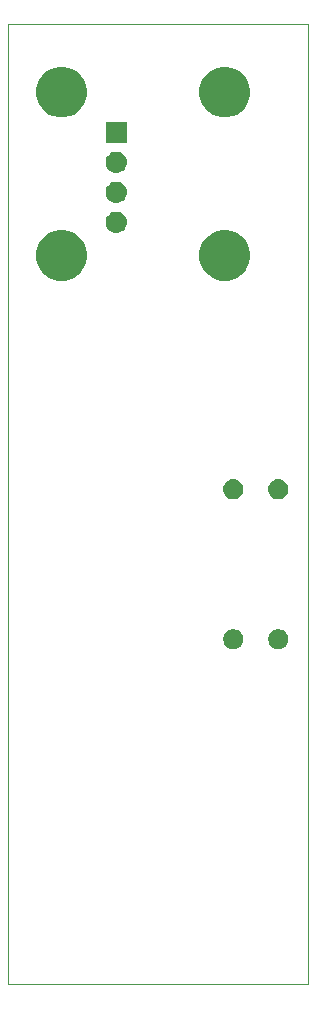
<source format=gbr>
G04 #@! TF.GenerationSoftware,KiCad,Pcbnew,(5.1.4)-1*
G04 #@! TF.CreationDate,2019-08-22T22:39:33-07:00*
G04 #@! TF.ProjectId,the,7468652e-6b69-4636-9164-5f7063625858,rev?*
G04 #@! TF.SameCoordinates,Original*
G04 #@! TF.FileFunction,Soldermask,Bot*
G04 #@! TF.FilePolarity,Negative*
%FSLAX46Y46*%
G04 Gerber Fmt 4.6, Leading zero omitted, Abs format (unit mm)*
G04 Created by KiCad (PCBNEW (5.1.4)-1) date 2019-08-22 22:39:33*
%MOMM*%
%LPD*%
G04 APERTURE LIST*
%ADD10C,0.120000*%
%ADD11C,0.100000*%
G04 APERTURE END LIST*
D10*
X63500000Y-119380000D02*
X63500000Y-38100000D01*
X88900000Y-119380000D02*
X63500000Y-119380000D01*
X88900000Y-38100000D02*
X88900000Y-119380000D01*
X63500000Y-38100000D02*
X88900000Y-38100000D01*
D11*
G36*
X82798228Y-89351703D02*
G01*
X82953100Y-89415853D01*
X83092481Y-89508985D01*
X83211015Y-89627519D01*
X83304147Y-89766900D01*
X83368297Y-89921772D01*
X83401000Y-90086184D01*
X83401000Y-90253816D01*
X83368297Y-90418228D01*
X83304147Y-90573100D01*
X83211015Y-90712481D01*
X83092481Y-90831015D01*
X82953100Y-90924147D01*
X82798228Y-90988297D01*
X82633816Y-91021000D01*
X82466184Y-91021000D01*
X82301772Y-90988297D01*
X82146900Y-90924147D01*
X82007519Y-90831015D01*
X81888985Y-90712481D01*
X81795853Y-90573100D01*
X81731703Y-90418228D01*
X81699000Y-90253816D01*
X81699000Y-90086184D01*
X81731703Y-89921772D01*
X81795853Y-89766900D01*
X81888985Y-89627519D01*
X82007519Y-89508985D01*
X82146900Y-89415853D01*
X82301772Y-89351703D01*
X82466184Y-89319000D01*
X82633816Y-89319000D01*
X82798228Y-89351703D01*
X82798228Y-89351703D01*
G37*
G36*
X86608228Y-89351703D02*
G01*
X86763100Y-89415853D01*
X86902481Y-89508985D01*
X87021015Y-89627519D01*
X87114147Y-89766900D01*
X87178297Y-89921772D01*
X87211000Y-90086184D01*
X87211000Y-90253816D01*
X87178297Y-90418228D01*
X87114147Y-90573100D01*
X87021015Y-90712481D01*
X86902481Y-90831015D01*
X86763100Y-90924147D01*
X86608228Y-90988297D01*
X86443816Y-91021000D01*
X86276184Y-91021000D01*
X86111772Y-90988297D01*
X85956900Y-90924147D01*
X85817519Y-90831015D01*
X85698985Y-90712481D01*
X85605853Y-90573100D01*
X85541703Y-90418228D01*
X85509000Y-90253816D01*
X85509000Y-90086184D01*
X85541703Y-89921772D01*
X85605853Y-89766900D01*
X85698985Y-89627519D01*
X85817519Y-89508985D01*
X85956900Y-89415853D01*
X86111772Y-89351703D01*
X86276184Y-89319000D01*
X86443816Y-89319000D01*
X86608228Y-89351703D01*
X86608228Y-89351703D01*
G37*
G36*
X86526823Y-76631313D02*
G01*
X86687242Y-76679976D01*
X86819906Y-76750886D01*
X86835078Y-76758996D01*
X86964659Y-76865341D01*
X87071004Y-76994922D01*
X87071005Y-76994924D01*
X87150024Y-77142758D01*
X87198687Y-77303177D01*
X87215117Y-77470000D01*
X87198687Y-77636823D01*
X87150024Y-77797242D01*
X87079114Y-77929906D01*
X87071004Y-77945078D01*
X86964659Y-78074659D01*
X86835078Y-78181004D01*
X86835076Y-78181005D01*
X86687242Y-78260024D01*
X86526823Y-78308687D01*
X86401804Y-78321000D01*
X86318196Y-78321000D01*
X86193177Y-78308687D01*
X86032758Y-78260024D01*
X85884924Y-78181005D01*
X85884922Y-78181004D01*
X85755341Y-78074659D01*
X85648996Y-77945078D01*
X85640886Y-77929906D01*
X85569976Y-77797242D01*
X85521313Y-77636823D01*
X85504883Y-77470000D01*
X85521313Y-77303177D01*
X85569976Y-77142758D01*
X85648995Y-76994924D01*
X85648996Y-76994922D01*
X85755341Y-76865341D01*
X85884922Y-76758996D01*
X85900094Y-76750886D01*
X86032758Y-76679976D01*
X86193177Y-76631313D01*
X86318196Y-76619000D01*
X86401804Y-76619000D01*
X86526823Y-76631313D01*
X86526823Y-76631313D01*
G37*
G36*
X82716823Y-76631313D02*
G01*
X82877242Y-76679976D01*
X83009906Y-76750886D01*
X83025078Y-76758996D01*
X83154659Y-76865341D01*
X83261004Y-76994922D01*
X83261005Y-76994924D01*
X83340024Y-77142758D01*
X83388687Y-77303177D01*
X83405117Y-77470000D01*
X83388687Y-77636823D01*
X83340024Y-77797242D01*
X83269114Y-77929906D01*
X83261004Y-77945078D01*
X83154659Y-78074659D01*
X83025078Y-78181004D01*
X83025076Y-78181005D01*
X82877242Y-78260024D01*
X82716823Y-78308687D01*
X82591804Y-78321000D01*
X82508196Y-78321000D01*
X82383177Y-78308687D01*
X82222758Y-78260024D01*
X82074924Y-78181005D01*
X82074922Y-78181004D01*
X81945341Y-78074659D01*
X81838996Y-77945078D01*
X81830886Y-77929906D01*
X81759976Y-77797242D01*
X81711313Y-77636823D01*
X81694883Y-77470000D01*
X81711313Y-77303177D01*
X81759976Y-77142758D01*
X81838995Y-76994924D01*
X81838996Y-76994922D01*
X81945341Y-76865341D01*
X82074922Y-76758996D01*
X82090094Y-76750886D01*
X82222758Y-76679976D01*
X82383177Y-76631313D01*
X82508196Y-76619000D01*
X82591804Y-76619000D01*
X82716823Y-76631313D01*
X82716823Y-76631313D01*
G37*
G36*
X82467723Y-55601661D02*
G01*
X82859179Y-55763807D01*
X82859181Y-55763808D01*
X83211483Y-55999209D01*
X83511091Y-56298817D01*
X83746492Y-56651119D01*
X83746493Y-56651121D01*
X83908639Y-57042577D01*
X83991300Y-57458144D01*
X83991300Y-57881856D01*
X83908639Y-58297423D01*
X83746493Y-58688879D01*
X83746492Y-58688881D01*
X83511091Y-59041183D01*
X83211483Y-59340791D01*
X82859181Y-59576192D01*
X82859180Y-59576193D01*
X82859179Y-59576193D01*
X82467723Y-59738339D01*
X82052156Y-59821000D01*
X81628444Y-59821000D01*
X81212877Y-59738339D01*
X80821421Y-59576193D01*
X80821420Y-59576193D01*
X80821419Y-59576192D01*
X80469117Y-59340791D01*
X80169509Y-59041183D01*
X79934108Y-58688881D01*
X79934107Y-58688879D01*
X79771961Y-58297423D01*
X79689300Y-57881856D01*
X79689300Y-57458144D01*
X79771961Y-57042577D01*
X79934107Y-56651121D01*
X79934108Y-56651119D01*
X80169509Y-56298817D01*
X80469117Y-55999209D01*
X80821419Y-55763808D01*
X80821421Y-55763807D01*
X81212877Y-55601661D01*
X81628444Y-55519000D01*
X82052156Y-55519000D01*
X82467723Y-55601661D01*
X82467723Y-55601661D01*
G37*
G36*
X68637423Y-55601661D02*
G01*
X69028879Y-55763807D01*
X69028881Y-55763808D01*
X69381183Y-55999209D01*
X69680791Y-56298817D01*
X69916192Y-56651119D01*
X69916193Y-56651121D01*
X70078339Y-57042577D01*
X70161000Y-57458144D01*
X70161000Y-57881856D01*
X70078339Y-58297423D01*
X69916193Y-58688879D01*
X69916192Y-58688881D01*
X69680791Y-59041183D01*
X69381183Y-59340791D01*
X69028881Y-59576192D01*
X69028880Y-59576193D01*
X69028879Y-59576193D01*
X68637423Y-59738339D01*
X68221856Y-59821000D01*
X67798144Y-59821000D01*
X67382577Y-59738339D01*
X66991121Y-59576193D01*
X66991120Y-59576193D01*
X66991119Y-59576192D01*
X66638817Y-59340791D01*
X66339209Y-59041183D01*
X66103808Y-58688881D01*
X66103807Y-58688879D01*
X65941661Y-58297423D01*
X65859000Y-57881856D01*
X65859000Y-57458144D01*
X65941661Y-57042577D01*
X66103807Y-56651121D01*
X66103808Y-56651119D01*
X66339209Y-56298817D01*
X66638817Y-55999209D01*
X66991119Y-55763808D01*
X66991121Y-55763807D01*
X67382577Y-55601661D01*
X67798144Y-55519000D01*
X68221856Y-55519000D01*
X68637423Y-55601661D01*
X68637423Y-55601661D01*
G37*
G36*
X72754443Y-53969519D02*
G01*
X72820627Y-53976037D01*
X72990466Y-54027557D01*
X73146991Y-54111222D01*
X73182729Y-54140552D01*
X73284186Y-54223814D01*
X73367448Y-54325271D01*
X73396778Y-54361009D01*
X73480443Y-54517534D01*
X73531963Y-54687373D01*
X73549359Y-54864000D01*
X73531963Y-55040627D01*
X73480443Y-55210466D01*
X73396778Y-55366991D01*
X73367448Y-55402729D01*
X73284186Y-55504186D01*
X73182729Y-55587448D01*
X73146991Y-55616778D01*
X72990466Y-55700443D01*
X72820627Y-55751963D01*
X72754443Y-55758481D01*
X72688260Y-55765000D01*
X72599740Y-55765000D01*
X72533557Y-55758481D01*
X72467373Y-55751963D01*
X72297534Y-55700443D01*
X72141009Y-55616778D01*
X72105271Y-55587448D01*
X72003814Y-55504186D01*
X71920552Y-55402729D01*
X71891222Y-55366991D01*
X71807557Y-55210466D01*
X71756037Y-55040627D01*
X71738641Y-54864000D01*
X71756037Y-54687373D01*
X71807557Y-54517534D01*
X71891222Y-54361009D01*
X71920552Y-54325271D01*
X72003814Y-54223814D01*
X72105271Y-54140552D01*
X72141009Y-54111222D01*
X72297534Y-54027557D01*
X72467373Y-53976037D01*
X72533557Y-53969519D01*
X72599740Y-53963000D01*
X72688260Y-53963000D01*
X72754443Y-53969519D01*
X72754443Y-53969519D01*
G37*
G36*
X72754443Y-51429519D02*
G01*
X72820627Y-51436037D01*
X72990466Y-51487557D01*
X73146991Y-51571222D01*
X73182729Y-51600552D01*
X73284186Y-51683814D01*
X73367448Y-51785271D01*
X73396778Y-51821009D01*
X73480443Y-51977534D01*
X73531963Y-52147373D01*
X73549359Y-52324000D01*
X73531963Y-52500627D01*
X73480443Y-52670466D01*
X73396778Y-52826991D01*
X73367448Y-52862729D01*
X73284186Y-52964186D01*
X73182729Y-53047448D01*
X73146991Y-53076778D01*
X72990466Y-53160443D01*
X72820627Y-53211963D01*
X72754442Y-53218482D01*
X72688260Y-53225000D01*
X72599740Y-53225000D01*
X72533558Y-53218482D01*
X72467373Y-53211963D01*
X72297534Y-53160443D01*
X72141009Y-53076778D01*
X72105271Y-53047448D01*
X72003814Y-52964186D01*
X71920552Y-52862729D01*
X71891222Y-52826991D01*
X71807557Y-52670466D01*
X71756037Y-52500627D01*
X71738641Y-52324000D01*
X71756037Y-52147373D01*
X71807557Y-51977534D01*
X71891222Y-51821009D01*
X71920552Y-51785271D01*
X72003814Y-51683814D01*
X72105271Y-51600552D01*
X72141009Y-51571222D01*
X72297534Y-51487557D01*
X72467373Y-51436037D01*
X72533557Y-51429519D01*
X72599740Y-51423000D01*
X72688260Y-51423000D01*
X72754443Y-51429519D01*
X72754443Y-51429519D01*
G37*
G36*
X72754443Y-48889519D02*
G01*
X72820627Y-48896037D01*
X72990466Y-48947557D01*
X73146991Y-49031222D01*
X73182729Y-49060552D01*
X73284186Y-49143814D01*
X73367448Y-49245271D01*
X73396778Y-49281009D01*
X73480443Y-49437534D01*
X73531963Y-49607373D01*
X73549359Y-49784000D01*
X73531963Y-49960627D01*
X73480443Y-50130466D01*
X73396778Y-50286991D01*
X73367448Y-50322729D01*
X73284186Y-50424186D01*
X73182729Y-50507448D01*
X73146991Y-50536778D01*
X72990466Y-50620443D01*
X72820627Y-50671963D01*
X72754443Y-50678481D01*
X72688260Y-50685000D01*
X72599740Y-50685000D01*
X72533557Y-50678481D01*
X72467373Y-50671963D01*
X72297534Y-50620443D01*
X72141009Y-50536778D01*
X72105271Y-50507448D01*
X72003814Y-50424186D01*
X71920552Y-50322729D01*
X71891222Y-50286991D01*
X71807557Y-50130466D01*
X71756037Y-49960627D01*
X71738641Y-49784000D01*
X71756037Y-49607373D01*
X71807557Y-49437534D01*
X71891222Y-49281009D01*
X71920552Y-49245271D01*
X72003814Y-49143814D01*
X72105271Y-49060552D01*
X72141009Y-49031222D01*
X72297534Y-48947557D01*
X72467373Y-48896037D01*
X72533557Y-48889519D01*
X72599740Y-48883000D01*
X72688260Y-48883000D01*
X72754443Y-48889519D01*
X72754443Y-48889519D01*
G37*
G36*
X73545000Y-48145000D02*
G01*
X71743000Y-48145000D01*
X71743000Y-46343000D01*
X73545000Y-46343000D01*
X73545000Y-48145000D01*
X73545000Y-48145000D01*
G37*
G36*
X82467723Y-41771361D02*
G01*
X82859179Y-41933507D01*
X82859181Y-41933508D01*
X83211483Y-42168909D01*
X83511091Y-42468517D01*
X83746492Y-42820819D01*
X83746493Y-42820821D01*
X83908639Y-43212277D01*
X83991300Y-43627844D01*
X83991300Y-44051556D01*
X83908639Y-44467123D01*
X83746493Y-44858579D01*
X83746492Y-44858581D01*
X83511091Y-45210883D01*
X83211483Y-45510491D01*
X82859181Y-45745892D01*
X82859180Y-45745893D01*
X82859179Y-45745893D01*
X82467723Y-45908039D01*
X82052156Y-45990700D01*
X81628444Y-45990700D01*
X81212877Y-45908039D01*
X80821421Y-45745893D01*
X80821420Y-45745893D01*
X80821419Y-45745892D01*
X80469117Y-45510491D01*
X80169509Y-45210883D01*
X79934108Y-44858581D01*
X79934107Y-44858579D01*
X79771961Y-44467123D01*
X79689300Y-44051556D01*
X79689300Y-43627844D01*
X79771961Y-43212277D01*
X79934107Y-42820821D01*
X79934108Y-42820819D01*
X80169509Y-42468517D01*
X80469117Y-42168909D01*
X80821419Y-41933508D01*
X80821421Y-41933507D01*
X81212877Y-41771361D01*
X81628444Y-41688700D01*
X82052156Y-41688700D01*
X82467723Y-41771361D01*
X82467723Y-41771361D01*
G37*
G36*
X68637423Y-41771361D02*
G01*
X69028879Y-41933507D01*
X69028881Y-41933508D01*
X69381183Y-42168909D01*
X69680791Y-42468517D01*
X69916192Y-42820819D01*
X69916193Y-42820821D01*
X70078339Y-43212277D01*
X70161000Y-43627844D01*
X70161000Y-44051556D01*
X70078339Y-44467123D01*
X69916193Y-44858579D01*
X69916192Y-44858581D01*
X69680791Y-45210883D01*
X69381183Y-45510491D01*
X69028881Y-45745892D01*
X69028880Y-45745893D01*
X69028879Y-45745893D01*
X68637423Y-45908039D01*
X68221856Y-45990700D01*
X67798144Y-45990700D01*
X67382577Y-45908039D01*
X66991121Y-45745893D01*
X66991120Y-45745893D01*
X66991119Y-45745892D01*
X66638817Y-45510491D01*
X66339209Y-45210883D01*
X66103808Y-44858581D01*
X66103807Y-44858579D01*
X65941661Y-44467123D01*
X65859000Y-44051556D01*
X65859000Y-43627844D01*
X65941661Y-43212277D01*
X66103807Y-42820821D01*
X66103808Y-42820819D01*
X66339209Y-42468517D01*
X66638817Y-42168909D01*
X66991119Y-41933508D01*
X66991121Y-41933507D01*
X67382577Y-41771361D01*
X67798144Y-41688700D01*
X68221856Y-41688700D01*
X68637423Y-41771361D01*
X68637423Y-41771361D01*
G37*
M02*

</source>
